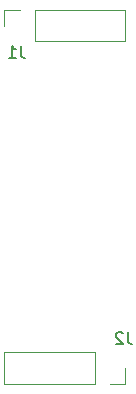
<source format=gbr>
G04 #@! TF.FileFunction,Legend,Bot*
%FSLAX46Y46*%
G04 Gerber Fmt 4.6, Leading zero omitted, Abs format (unit mm)*
G04 Created by KiCad (PCBNEW 4.0.7-e0-6372~58~ubuntu16.10.1) date Mon Feb 25 01:17:52 2019*
%MOMM*%
%LPD*%
G01*
G04 APERTURE LIST*
%ADD10C,0.100000*%
%ADD11C,0.120000*%
%ADD12C,0.150000*%
G04 APERTURE END LIST*
D10*
D11*
X17640000Y-1170000D02*
X17640000Y-3830000D01*
X9960000Y-1170000D02*
X17640000Y-1170000D01*
X9960000Y-3830000D02*
X17640000Y-3830000D01*
X9960000Y-1170000D02*
X9960000Y-3830000D01*
X8690000Y-1170000D02*
X7360000Y-1170000D01*
X7360000Y-1170000D02*
X7360000Y-2500000D01*
X7360000Y-32830000D02*
X7360000Y-30170000D01*
X15040000Y-32830000D02*
X7360000Y-32830000D01*
X15040000Y-30170000D02*
X7360000Y-30170000D01*
X15040000Y-32830000D02*
X15040000Y-30170000D01*
X16310000Y-32830000D02*
X17640000Y-32830000D01*
X17640000Y-32830000D02*
X17640000Y-31500000D01*
D12*
X8773333Y-4202381D02*
X8773333Y-4916667D01*
X8820953Y-5059524D01*
X8916191Y-5154762D01*
X9059048Y-5202381D01*
X9154286Y-5202381D01*
X7773333Y-5202381D02*
X8344762Y-5202381D01*
X8059048Y-5202381D02*
X8059048Y-4202381D01*
X8154286Y-4345238D01*
X8249524Y-4440476D01*
X8344762Y-4488095D01*
X17833333Y-28452381D02*
X17833333Y-29166667D01*
X17880953Y-29309524D01*
X17976191Y-29404762D01*
X18119048Y-29452381D01*
X18214286Y-29452381D01*
X17404762Y-28547619D02*
X17357143Y-28500000D01*
X17261905Y-28452381D01*
X17023809Y-28452381D01*
X16928571Y-28500000D01*
X16880952Y-28547619D01*
X16833333Y-28642857D01*
X16833333Y-28738095D01*
X16880952Y-28880952D01*
X17452381Y-29452381D01*
X16833333Y-29452381D01*
M02*

</source>
